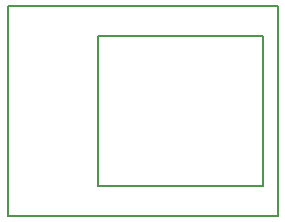
<source format=gbr>
G04 #@! TF.GenerationSoftware,KiCad,Pcbnew,(5.0.0)*
G04 #@! TF.CreationDate,2018-09-27T22:56:36-04:00*
G04 #@! TF.ProjectId,first attempt,666972737420617474656D70742E6B69,rev?*
G04 #@! TF.SameCoordinates,Original*
G04 #@! TF.FileFunction,Legend,Bot*
G04 #@! TF.FilePolarity,Positive*
%FSLAX46Y46*%
G04 Gerber Fmt 4.6, Leading zero omitted, Abs format (unit mm)*
G04 Created by KiCad (PCBNEW (5.0.0)) date 09/27/18 22:56:36*
%MOMM*%
%LPD*%
G01*
G04 APERTURE LIST*
%ADD10C,0.150000*%
G04 APERTURE END LIST*
D10*
G04 #@! TO.C,U1*
X202565000Y-100965000D02*
X188595000Y-100965000D01*
X188595000Y-100965000D02*
X188595000Y-88265000D01*
X188595000Y-88265000D02*
X202565000Y-88265000D01*
X202565000Y-88265000D02*
X202565000Y-100965000D01*
X203835000Y-103505000D02*
X203835000Y-85725000D01*
X203835000Y-85725000D02*
X180975000Y-85725000D01*
X180975000Y-85725000D02*
X180975000Y-103505000D01*
X180975000Y-103505000D02*
X203835000Y-103505000D01*
G04 #@! TD*
M02*

</source>
